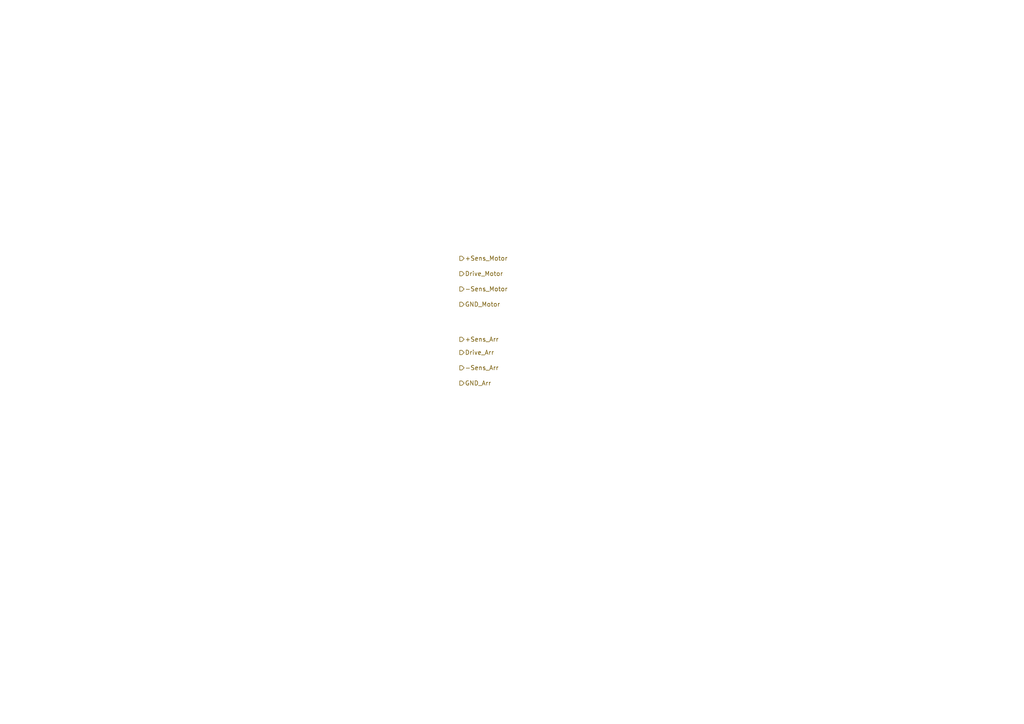
<source format=kicad_sch>
(kicad_sch
	(version 20231120)
	(generator "eeschema")
	(generator_version "8.0")
	(uuid "a75b9d60-efe3-42a6-8800-d99f3a66afe7")
	(paper "A4")
	(lib_symbols)
	(hierarchical_label "+Sens_Arr"
		(shape output)
		(at 133.35 98.425 0)
		(fields_autoplaced yes)
		(effects
			(font
				(size 1.27 1.27)
			)
			(justify left)
		)
		(uuid "11f16dcc-df0d-4cbd-9bd5-6b6c02dd9a48")
	)
	(hierarchical_label "-Sens_Motor"
		(shape output)
		(at 133.35 83.82 0)
		(fields_autoplaced yes)
		(effects
			(font
				(size 1.27 1.27)
			)
			(justify left)
		)
		(uuid "19602497-434d-4fbe-a665-e38f858e760b")
	)
	(hierarchical_label "GND_Arr"
		(shape output)
		(at 133.35 111.125 0)
		(fields_autoplaced yes)
		(effects
			(font
				(size 1.27 1.27)
			)
			(justify left)
		)
		(uuid "5d8fb419-a357-4ade-b0f7-ae6b9bff7e59")
	)
	(hierarchical_label "-Sens_Arr"
		(shape output)
		(at 133.35 106.68 0)
		(fields_autoplaced yes)
		(effects
			(font
				(size 1.27 1.27)
			)
			(justify left)
		)
		(uuid "6367f323-1283-48b3-b21d-383a4ae11cdb")
	)
	(hierarchical_label "Drive_Arr"
		(shape output)
		(at 133.35 102.235 0)
		(fields_autoplaced yes)
		(effects
			(font
				(size 1.27 1.27)
			)
			(justify left)
		)
		(uuid "69342352-159e-4c7f-ad06-6c7ee2a2268b")
	)
	(hierarchical_label "Drive_Motor"
		(shape output)
		(at 133.35 79.375 0)
		(fields_autoplaced yes)
		(effects
			(font
				(size 1.27 1.27)
			)
			(justify left)
		)
		(uuid "7c5cb879-a067-48ed-a8ae-c61884a9145c")
	)
	(hierarchical_label "GND_Motor"
		(shape output)
		(at 133.35 88.265 0)
		(fields_autoplaced yes)
		(effects
			(font
				(size 1.27 1.27)
			)
			(justify left)
		)
		(uuid "950efbab-6f71-499f-83f3-f2389456ed34")
	)
	(hierarchical_label "+Sens_Motor"
		(shape output)
		(at 133.35 74.93 0)
		(fields_autoplaced yes)
		(effects
			(font
				(size 1.27 1.27)
			)
			(justify left)
		)
		(uuid "bc9ddbd1-9eec-48bf-9a19-6edc571d4af9")
	)
)
</source>
